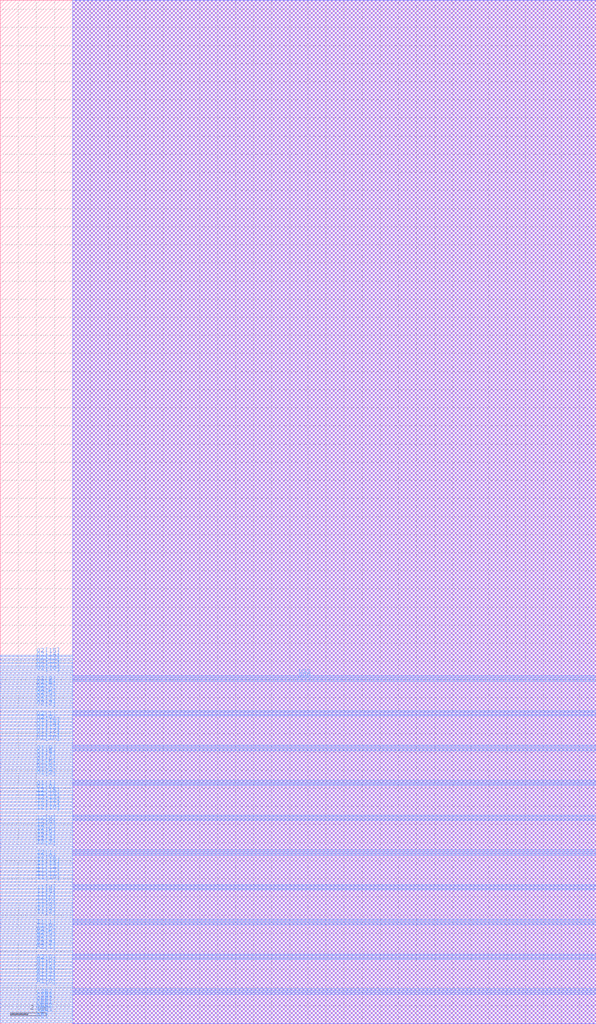
<source format=lef>
VERSION 5.6 ;
BUSBITCHARS "[]" ;
DIVIDERCHAR "/" ;

MACRO SRAM2RW128x16
  CLASS BLOCK ;
  ORIGIN 0 0 ;
  FOREIGN SRAM2RW128x16 0 0 ;
  SIZE 32.928 BY 56.512 ;
  SYMMETRY X Y ;
  SITE asap7sc7p5t ;
  PIN VDD
    DIRECTION INOUT ;
    USE POWER ;
    PORT 
      LAYER M4 ;
        RECT 0.0 1.632 32.928 1.728 ;
        RECT 0.0 3.552 32.928 3.648 ;
        RECT 0.0 5.472 32.928 5.568 ;
        RECT 0.0 7.392 32.928 7.488 ;
        RECT 0.0 9.312 32.928 9.408 ;
        RECT 0.0 11.232 32.928 11.328 ;
        RECT 0.0 13.152 32.928 13.248 ;
        RECT 0.0 15.072 32.928 15.168 ;
        RECT 0.0 16.992 32.928 17.088 ;
        RECT 0.0 18.912 32.928 19.008 ;
    END 
  END VDD
  PIN VSS
    DIRECTION INOUT ;
    USE GROUND ;
    PORT 
      LAYER M4 ;
        RECT 0.0 1.824 32.928 1.92 ;
        RECT 0.0 3.744 32.928 3.84 ;
        RECT 0.0 5.664 32.928 5.76 ;
        RECT 0.0 7.584 32.928 7.68 ;
        RECT 0.0 9.504 32.928 9.6 ;
        RECT 0.0 11.424 32.928 11.52 ;
        RECT 0.0 13.344 32.928 13.44 ;
        RECT 0.0 15.264 32.928 15.36 ;
        RECT 0.0 17.184 32.928 17.28 ;
        RECT 0.0 19.104 32.928 19.2 ;
    END 
  END VSS
  PIN CE1
    DIRECTION INPUT ;
    USE SIGNAL ;
    PORT 
      LAYER M4 ;
        RECT 0.0 0.096 4.0 0.192 ;
    END 
  END CE1
  PIN CE2
    DIRECTION INPUT ;
    USE SIGNAL ;
    PORT 
      LAYER M4 ;
        RECT 0.0 0.288 4.0 0.384 ;
    END 
  END CE2
  PIN WEB1
    DIRECTION INPUT ;
    USE SIGNAL ;
    PORT 
      LAYER M4 ;
        RECT 0.0 0.48 4.0 0.576 ;
    END 
  END WEB1
  PIN WEB2
    DIRECTION INPUT ;
    USE SIGNAL ;
    PORT 
      LAYER M4 ;
        RECT 0.0 0.672 4.0 0.768 ;
    END 
  END WEB2
  PIN OEB1
    DIRECTION INPUT ;
    USE SIGNAL ;
    PORT 
      LAYER M4 ;
        RECT 0.0 0.864 4.0 0.96 ;
    END 
  END OEB1
  PIN OEB2
    DIRECTION INPUT ;
    USE SIGNAL ;
    PORT 
      LAYER M4 ;
        RECT 0.0 1.056 4.0 1.152 ;
    END 
  END OEB2
  PIN CSB1
    DIRECTION INPUT ;
    USE SIGNAL ;
    PORT 
      LAYER M4 ;
        RECT 0.0 1.248 4.0 1.344 ;
    END 
  END CSB1
  PIN CSB2
    DIRECTION INPUT ;
    USE SIGNAL ;
    PORT 
      LAYER M4 ;
        RECT 0.0 1.44 4.0 1.536 ;
    END 
  END CSB2
  PIN A1[0]
    DIRECTION INPUT ;
    USE SIGNAL ;
    PORT 
      LAYER M4 ;
        RECT 0.0 2.016 4.0 2.112 ;
    END 
  END A1[0]
  PIN A1[1]
    DIRECTION INPUT ;
    USE SIGNAL ;
    PORT 
      LAYER M4 ;
        RECT 0.0 2.208 4.0 2.304 ;
    END 
  END A1[1]
  PIN A1[2]
    DIRECTION INPUT ;
    USE SIGNAL ;
    PORT 
      LAYER M4 ;
        RECT 0.0 2.4 4.0 2.496 ;
    END 
  END A1[2]
  PIN A1[3]
    DIRECTION INPUT ;
    USE SIGNAL ;
    PORT 
      LAYER M4 ;
        RECT 0.0 2.592 4.0 2.688 ;
    END 
  END A1[3]
  PIN A1[4]
    DIRECTION INPUT ;
    USE SIGNAL ;
    PORT 
      LAYER M4 ;
        RECT 0.0 2.784 4.0 2.88 ;
    END 
  END A1[4]
  PIN A1[5]
    DIRECTION INPUT ;
    USE SIGNAL ;
    PORT 
      LAYER M4 ;
        RECT 0.0 2.976 4.0 3.072 ;
    END 
  END A1[5]
  PIN A1[6]
    DIRECTION INPUT ;
    USE SIGNAL ;
    PORT 
      LAYER M4 ;
        RECT 0.0 3.168 4.0 3.264 ;
    END 
  END A1[6]
  PIN A2[0]
    DIRECTION INPUT ;
    USE SIGNAL ;
    PORT 
      LAYER M4 ;
        RECT 0.0 3.36 4.0 3.456 ;
    END 
  END A2[0]
  PIN A2[1]
    DIRECTION INPUT ;
    USE SIGNAL ;
    PORT 
      LAYER M4 ;
        RECT 0.0 3.936 4.0 4.032 ;
    END 
  END A2[1]
  PIN A2[2]
    DIRECTION INPUT ;
    USE SIGNAL ;
    PORT 
      LAYER M4 ;
        RECT 0.0 4.128 4.0 4.224 ;
    END 
  END A2[2]
  PIN A2[3]
    DIRECTION INPUT ;
    USE SIGNAL ;
    PORT 
      LAYER M4 ;
        RECT 0.0 4.32 4.0 4.416 ;
    END 
  END A2[3]
  PIN A2[4]
    DIRECTION INPUT ;
    USE SIGNAL ;
    PORT 
      LAYER M4 ;
        RECT 0.0 4.512 4.0 4.608 ;
    END 
  END A2[4]
  PIN A2[5]
    DIRECTION INPUT ;
    USE SIGNAL ;
    PORT 
      LAYER M4 ;
        RECT 0.0 4.704 4.0 4.8 ;
    END 
  END A2[5]
  PIN A2[6]
    DIRECTION INPUT ;
    USE SIGNAL ;
    PORT 
      LAYER M4 ;
        RECT 0.0 4.896 4.0 4.992 ;
    END 
  END A2[6]
  PIN I1[0]
    DIRECTION INPUT ;
    USE SIGNAL ;
    PORT 
      LAYER M4 ;
        RECT 0.0 5.088 4.0 5.184 ;
    END 
  END I1[0]
  PIN I1[1]
    DIRECTION INPUT ;
    USE SIGNAL ;
    PORT 
      LAYER M4 ;
        RECT 0.0 5.28 4.0 5.376 ;
    END 
  END I1[1]
  PIN I1[2]
    DIRECTION INPUT ;
    USE SIGNAL ;
    PORT 
      LAYER M4 ;
        RECT 0.0 5.856 4.0 5.952 ;
    END 
  END I1[2]
  PIN I1[3]
    DIRECTION INPUT ;
    USE SIGNAL ;
    PORT 
      LAYER M4 ;
        RECT 0.0 6.048 4.0 6.144 ;
    END 
  END I1[3]
  PIN I1[4]
    DIRECTION INPUT ;
    USE SIGNAL ;
    PORT 
      LAYER M4 ;
        RECT 0.0 6.24 4.0 6.336 ;
    END 
  END I1[4]
  PIN I1[5]
    DIRECTION INPUT ;
    USE SIGNAL ;
    PORT 
      LAYER M4 ;
        RECT 0.0 6.432 4.0 6.528 ;
    END 
  END I1[5]
  PIN I1[6]
    DIRECTION INPUT ;
    USE SIGNAL ;
    PORT 
      LAYER M4 ;
        RECT 0.0 6.624 4.0 6.72 ;
    END 
  END I1[6]
  PIN I1[7]
    DIRECTION INPUT ;
    USE SIGNAL ;
    PORT 
      LAYER M4 ;
        RECT 0.0 6.816 4.0 6.912 ;
    END 
  END I1[7]
  PIN I1[8]
    DIRECTION INPUT ;
    USE SIGNAL ;
    PORT 
      LAYER M4 ;
        RECT 0.0 7.008 4.0 7.104 ;
    END 
  END I1[8]
  PIN I1[9]
    DIRECTION INPUT ;
    USE SIGNAL ;
    PORT 
      LAYER M4 ;
        RECT 0.0 7.2 4.0 7.296 ;
    END 
  END I1[9]
  PIN I1[10]
    DIRECTION INPUT ;
    USE SIGNAL ;
    PORT 
      LAYER M4 ;
        RECT 0.0 7.776 4.0 7.872 ;
    END 
  END I1[10]
  PIN I1[11]
    DIRECTION INPUT ;
    USE SIGNAL ;
    PORT 
      LAYER M4 ;
        RECT 0.0 7.968 4.0 8.064 ;
    END 
  END I1[11]
  PIN I1[12]
    DIRECTION INPUT ;
    USE SIGNAL ;
    PORT 
      LAYER M4 ;
        RECT 0.0 8.16 4.0 8.256 ;
    END 
  END I1[12]
  PIN I1[13]
    DIRECTION INPUT ;
    USE SIGNAL ;
    PORT 
      LAYER M4 ;
        RECT 0.0 8.352 4.0 8.448 ;
    END 
  END I1[13]
  PIN I1[14]
    DIRECTION INPUT ;
    USE SIGNAL ;
    PORT 
      LAYER M4 ;
        RECT 0.0 8.544 4.0 8.64 ;
    END 
  END I1[14]
  PIN I1[15]
    DIRECTION INPUT ;
    USE SIGNAL ;
    PORT 
      LAYER M4 ;
        RECT 0.0 8.736 4.0 8.832 ;
    END 
  END I1[15]
  PIN I2[0]
    DIRECTION INPUT ;
    USE SIGNAL ;
    PORT 
      LAYER M4 ;
        RECT 0.0 8.928 4.0 9.024 ;
    END 
  END I2[0]
  PIN I2[1]
    DIRECTION INPUT ;
    USE SIGNAL ;
    PORT 
      LAYER M4 ;
        RECT 0.0 9.12 4.0 9.216 ;
    END 
  END I2[1]
  PIN I2[2]
    DIRECTION INPUT ;
    USE SIGNAL ;
    PORT 
      LAYER M4 ;
        RECT 0.0 9.696 4.0 9.792 ;
    END 
  END I2[2]
  PIN I2[3]
    DIRECTION INPUT ;
    USE SIGNAL ;
    PORT 
      LAYER M4 ;
        RECT 0.0 9.888 4.0 9.984 ;
    END 
  END I2[3]
  PIN I2[4]
    DIRECTION INPUT ;
    USE SIGNAL ;
    PORT 
      LAYER M4 ;
        RECT 0.0 10.08 4.0 10.176 ;
    END 
  END I2[4]
  PIN I2[5]
    DIRECTION INPUT ;
    USE SIGNAL ;
    PORT 
      LAYER M4 ;
        RECT 0.0 10.272 4.0 10.368 ;
    END 
  END I2[5]
  PIN I2[6]
    DIRECTION INPUT ;
    USE SIGNAL ;
    PORT 
      LAYER M4 ;
        RECT 0.0 10.464 4.0 10.56 ;
    END 
  END I2[6]
  PIN I2[7]
    DIRECTION INPUT ;
    USE SIGNAL ;
    PORT 
      LAYER M4 ;
        RECT 0.0 10.656 4.0 10.752 ;
    END 
  END I2[7]
  PIN I2[8]
    DIRECTION INPUT ;
    USE SIGNAL ;
    PORT 
      LAYER M4 ;
        RECT 0.0 10.848 4.0 10.944 ;
    END 
  END I2[8]
  PIN I2[9]
    DIRECTION INPUT ;
    USE SIGNAL ;
    PORT 
      LAYER M4 ;
        RECT 0.0 11.04 4.0 11.136 ;
    END 
  END I2[9]
  PIN I2[10]
    DIRECTION INPUT ;
    USE SIGNAL ;
    PORT 
      LAYER M4 ;
        RECT 0.0 11.616 4.0 11.712 ;
    END 
  END I2[10]
  PIN I2[11]
    DIRECTION INPUT ;
    USE SIGNAL ;
    PORT 
      LAYER M4 ;
        RECT 0.0 11.808 4.0 11.904 ;
    END 
  END I2[11]
  PIN I2[12]
    DIRECTION INPUT ;
    USE SIGNAL ;
    PORT 
      LAYER M4 ;
        RECT 0.0 12.0 4.0 12.096 ;
    END 
  END I2[12]
  PIN I2[13]
    DIRECTION INPUT ;
    USE SIGNAL ;
    PORT 
      LAYER M4 ;
        RECT 0.0 12.192 4.0 12.288 ;
    END 
  END I2[13]
  PIN I2[14]
    DIRECTION INPUT ;
    USE SIGNAL ;
    PORT 
      LAYER M4 ;
        RECT 0.0 12.384 4.0 12.48 ;
    END 
  END I2[14]
  PIN I2[15]
    DIRECTION INPUT ;
    USE SIGNAL ;
    PORT 
      LAYER M4 ;
        RECT 0.0 12.576 4.0 12.672 ;
    END 
  END I2[15]
  PIN O1[0]
    DIRECTION OUTPUT ;
    USE SIGNAL ;
    PORT 
      LAYER M4 ;
        RECT 0.0 12.768 4.0 12.864 ;
    END 
  END O1[0]
  PIN O1[1]
    DIRECTION OUTPUT ;
    USE SIGNAL ;
    PORT 
      LAYER M4 ;
        RECT 0.0 12.96 4.0 13.056 ;
    END 
  END O1[1]
  PIN O1[2]
    DIRECTION OUTPUT ;
    USE SIGNAL ;
    PORT 
      LAYER M4 ;
        RECT 0.0 13.536 4.0 13.632 ;
    END 
  END O1[2]
  PIN O1[3]
    DIRECTION OUTPUT ;
    USE SIGNAL ;
    PORT 
      LAYER M4 ;
        RECT 0.0 13.728 4.0 13.824 ;
    END 
  END O1[3]
  PIN O1[4]
    DIRECTION OUTPUT ;
    USE SIGNAL ;
    PORT 
      LAYER M4 ;
        RECT 0.0 13.92 4.0 14.016 ;
    END 
  END O1[4]
  PIN O1[5]
    DIRECTION OUTPUT ;
    USE SIGNAL ;
    PORT 
      LAYER M4 ;
        RECT 0.0 14.112 4.0 14.208 ;
    END 
  END O1[5]
  PIN O1[6]
    DIRECTION OUTPUT ;
    USE SIGNAL ;
    PORT 
      LAYER M4 ;
        RECT 0.0 14.304 4.0 14.4 ;
    END 
  END O1[6]
  PIN O1[7]
    DIRECTION OUTPUT ;
    USE SIGNAL ;
    PORT 
      LAYER M4 ;
        RECT 0.0 14.496 4.0 14.592 ;
    END 
  END O1[7]
  PIN O1[8]
    DIRECTION OUTPUT ;
    USE SIGNAL ;
    PORT 
      LAYER M4 ;
        RECT 0.0 14.688 4.0 14.784 ;
    END 
  END O1[8]
  PIN O1[9]
    DIRECTION OUTPUT ;
    USE SIGNAL ;
    PORT 
      LAYER M4 ;
        RECT 0.0 14.88 4.0 14.976 ;
    END 
  END O1[9]
  PIN O1[10]
    DIRECTION OUTPUT ;
    USE SIGNAL ;
    PORT 
      LAYER M4 ;
        RECT 0.0 15.456 4.0 15.552 ;
    END 
  END O1[10]
  PIN O1[11]
    DIRECTION OUTPUT ;
    USE SIGNAL ;
    PORT 
      LAYER M4 ;
        RECT 0.0 15.648 4.0 15.744 ;
    END 
  END O1[11]
  PIN O1[12]
    DIRECTION OUTPUT ;
    USE SIGNAL ;
    PORT 
      LAYER M4 ;
        RECT 0.0 15.84 4.0 15.936 ;
    END 
  END O1[12]
  PIN O1[13]
    DIRECTION OUTPUT ;
    USE SIGNAL ;
    PORT 
      LAYER M4 ;
        RECT 0.0 16.032 4.0 16.128 ;
    END 
  END O1[13]
  PIN O1[14]
    DIRECTION OUTPUT ;
    USE SIGNAL ;
    PORT 
      LAYER M4 ;
        RECT 0.0 16.224 4.0 16.32 ;
    END 
  END O1[14]
  PIN O1[15]
    DIRECTION OUTPUT ;
    USE SIGNAL ;
    PORT 
      LAYER M4 ;
        RECT 0.0 16.416 4.0 16.512 ;
    END 
  END O1[15]
  PIN O2[0]
    DIRECTION OUTPUT ;
    USE SIGNAL ;
    PORT 
      LAYER M4 ;
        RECT 0.0 16.608 4.0 16.704 ;
    END 
  END O2[0]
  PIN O2[1]
    DIRECTION OUTPUT ;
    USE SIGNAL ;
    PORT 
      LAYER M4 ;
        RECT 0.0 16.8 4.0 16.896 ;
    END 
  END O2[1]
  PIN O2[2]
    DIRECTION OUTPUT ;
    USE SIGNAL ;
    PORT 
      LAYER M4 ;
        RECT 0.0 17.376 4.0 17.472 ;
    END 
  END O2[2]
  PIN O2[3]
    DIRECTION OUTPUT ;
    USE SIGNAL ;
    PORT 
      LAYER M4 ;
        RECT 0.0 17.568 4.0 17.664 ;
    END 
  END O2[3]
  PIN O2[4]
    DIRECTION OUTPUT ;
    USE SIGNAL ;
    PORT 
      LAYER M4 ;
        RECT 0.0 17.76 4.0 17.856 ;
    END 
  END O2[4]
  PIN O2[5]
    DIRECTION OUTPUT ;
    USE SIGNAL ;
    PORT 
      LAYER M4 ;
        RECT 0.0 17.952 4.0 18.048 ;
    END 
  END O2[5]
  PIN O2[6]
    DIRECTION OUTPUT ;
    USE SIGNAL ;
    PORT 
      LAYER M4 ;
        RECT 0.0 18.144 4.0 18.24 ;
    END 
  END O2[6]
  PIN O2[7]
    DIRECTION OUTPUT ;
    USE SIGNAL ;
    PORT 
      LAYER M4 ;
        RECT 0.0 18.336 4.0 18.432 ;
    END 
  END O2[7]
  PIN O2[8]
    DIRECTION OUTPUT ;
    USE SIGNAL ;
    PORT 
      LAYER M4 ;
        RECT 0.0 18.528 4.0 18.624 ;
    END 
  END O2[8]
  PIN O2[9]
    DIRECTION OUTPUT ;
    USE SIGNAL ;
    PORT 
      LAYER M4 ;
        RECT 0.0 18.72 4.0 18.816 ;
    END 
  END O2[9]
  PIN O2[10]
    DIRECTION OUTPUT ;
    USE SIGNAL ;
    PORT 
      LAYER M4 ;
        RECT 0.0 19.296 4.0 19.392 ;
    END 
  END O2[10]
  PIN O2[11]
    DIRECTION OUTPUT ;
    USE SIGNAL ;
    PORT 
      LAYER M4 ;
        RECT 0.0 19.488 4.0 19.584 ;
    END 
  END O2[11]
  PIN O2[12]
    DIRECTION OUTPUT ;
    USE SIGNAL ;
    PORT 
      LAYER M4 ;
        RECT 0.0 19.68 4.0 19.776 ;
    END 
  END O2[12]
  PIN O2[13]
    DIRECTION OUTPUT ;
    USE SIGNAL ;
    PORT 
      LAYER M4 ;
        RECT 0.0 19.872 4.0 19.968 ;
    END 
  END O2[13]
  PIN O2[14]
    DIRECTION OUTPUT ;
    USE SIGNAL ;
    PORT 
      LAYER M4 ;
        RECT 0.0 20.064 4.0 20.16 ;
    END 
  END O2[14]
  PIN O2[15]
    DIRECTION OUTPUT ;
    USE SIGNAL ;
    PORT 
      LAYER M4 ;
        RECT 0.0 20.256 4.0 20.352 ;
    END 
  END O2[15]
  OBS 
    LAYER M1 ;
      RECT 4.0 0.0 32.928 56.512 ;
    LAYER M2 ;
      RECT 4.0 0.0 32.928 56.512 ;
    LAYER M3 ;
      RECT 4.0 0.0 32.928 56.512 ;
  END 
END SRAM2RW128x16

END LIBRARY
</source>
